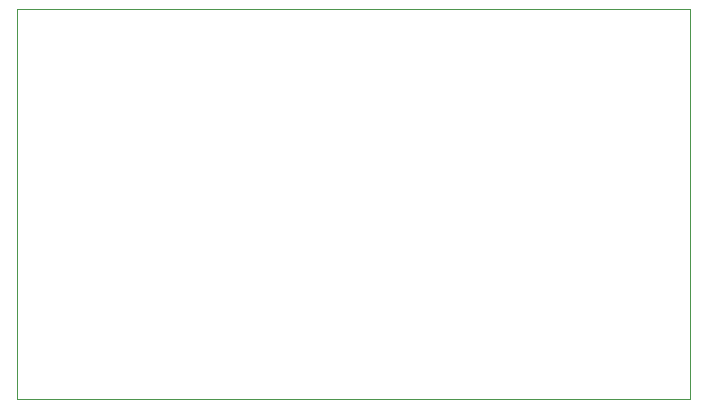
<source format=gbr>
%TF.GenerationSoftware,Altium Limited,Altium Designer,23.4.1 (23)*%
G04 Layer_Color=0*
%FSLAX45Y45*%
%MOMM*%
%TF.SameCoordinates,95043EA5-DFE4-4E97-A360-3BE786514F03*%
%TF.FilePolarity,Positive*%
%TF.FileFunction,Profile,NP*%
%TF.Part,Single*%
G01*
G75*
%TA.AperFunction,Profile*%
%ADD83C,0.02540*%
D83*
X0Y0D02*
X3200000D01*
X5700000D01*
Y3300000D01*
X0D01*
Y0D01*
%TF.MD5,a665fd7c8652413f369b680c551d02b3*%
M02*

</source>
